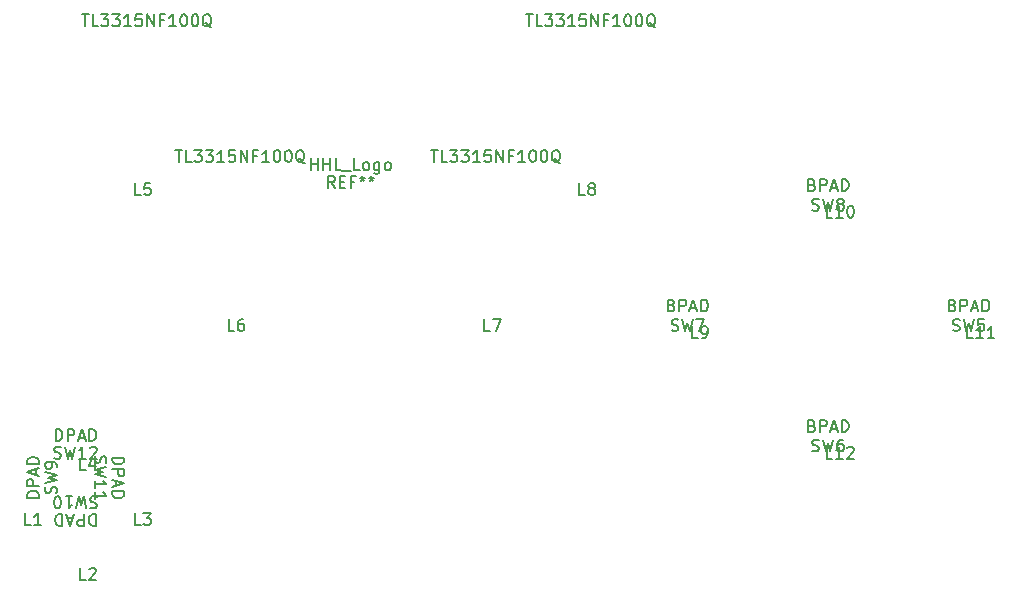
<source format=gbr>
G04 #@! TF.GenerationSoftware,KiCad,Pcbnew,7.0.2*
G04 #@! TF.CreationDate,2023-05-26T20:48:34-07:00*
G04 #@! TF.ProjectId,procon_gcc_button_board,70726f63-6f6e-45f6-9763-635f62757474,rev?*
G04 #@! TF.SameCoordinates,Original*
G04 #@! TF.FileFunction,AssemblyDrawing,Top*
%FSLAX46Y46*%
G04 Gerber Fmt 4.6, Leading zero omitted, Abs format (unit mm)*
G04 Created by KiCad (PCBNEW 7.0.2) date 2023-05-26 20:48:34*
%MOMM*%
%LPD*%
G01*
G04 APERTURE LIST*
%ADD10C,0.150000*%
G04 APERTURE END LIST*
D10*
X139390857Y-124390619D02*
X139390857Y-123390619D01*
X139390857Y-123866809D02*
X139962285Y-123866809D01*
X139962285Y-124390619D02*
X139962285Y-123390619D01*
X140438476Y-124390619D02*
X140438476Y-123390619D01*
X140438476Y-123866809D02*
X141009904Y-123866809D01*
X141009904Y-124390619D02*
X141009904Y-123390619D01*
X141962285Y-124390619D02*
X141486095Y-124390619D01*
X141486095Y-124390619D02*
X141486095Y-123390619D01*
X142057524Y-124485857D02*
X142819428Y-124485857D01*
X143533714Y-124390619D02*
X143057524Y-124390619D01*
X143057524Y-124390619D02*
X143057524Y-123390619D01*
X144009905Y-124390619D02*
X143914667Y-124343000D01*
X143914667Y-124343000D02*
X143867048Y-124295380D01*
X143867048Y-124295380D02*
X143819429Y-124200142D01*
X143819429Y-124200142D02*
X143819429Y-123914428D01*
X143819429Y-123914428D02*
X143867048Y-123819190D01*
X143867048Y-123819190D02*
X143914667Y-123771571D01*
X143914667Y-123771571D02*
X144009905Y-123723952D01*
X144009905Y-123723952D02*
X144152762Y-123723952D01*
X144152762Y-123723952D02*
X144248000Y-123771571D01*
X144248000Y-123771571D02*
X144295619Y-123819190D01*
X144295619Y-123819190D02*
X144343238Y-123914428D01*
X144343238Y-123914428D02*
X144343238Y-124200142D01*
X144343238Y-124200142D02*
X144295619Y-124295380D01*
X144295619Y-124295380D02*
X144248000Y-124343000D01*
X144248000Y-124343000D02*
X144152762Y-124390619D01*
X144152762Y-124390619D02*
X144009905Y-124390619D01*
X145200381Y-123723952D02*
X145200381Y-124533476D01*
X145200381Y-124533476D02*
X145152762Y-124628714D01*
X145152762Y-124628714D02*
X145105143Y-124676333D01*
X145105143Y-124676333D02*
X145009905Y-124723952D01*
X145009905Y-124723952D02*
X144867048Y-124723952D01*
X144867048Y-124723952D02*
X144771810Y-124676333D01*
X145200381Y-124343000D02*
X145105143Y-124390619D01*
X145105143Y-124390619D02*
X144914667Y-124390619D01*
X144914667Y-124390619D02*
X144819429Y-124343000D01*
X144819429Y-124343000D02*
X144771810Y-124295380D01*
X144771810Y-124295380D02*
X144724191Y-124200142D01*
X144724191Y-124200142D02*
X144724191Y-123914428D01*
X144724191Y-123914428D02*
X144771810Y-123819190D01*
X144771810Y-123819190D02*
X144819429Y-123771571D01*
X144819429Y-123771571D02*
X144914667Y-123723952D01*
X144914667Y-123723952D02*
X145105143Y-123723952D01*
X145105143Y-123723952D02*
X145200381Y-123771571D01*
X145819429Y-124390619D02*
X145724191Y-124343000D01*
X145724191Y-124343000D02*
X145676572Y-124295380D01*
X145676572Y-124295380D02*
X145628953Y-124200142D01*
X145628953Y-124200142D02*
X145628953Y-123914428D01*
X145628953Y-123914428D02*
X145676572Y-123819190D01*
X145676572Y-123819190D02*
X145724191Y-123771571D01*
X145724191Y-123771571D02*
X145819429Y-123723952D01*
X145819429Y-123723952D02*
X145962286Y-123723952D01*
X145962286Y-123723952D02*
X146057524Y-123771571D01*
X146057524Y-123771571D02*
X146105143Y-123819190D01*
X146105143Y-123819190D02*
X146152762Y-123914428D01*
X146152762Y-123914428D02*
X146152762Y-124200142D01*
X146152762Y-124200142D02*
X146105143Y-124295380D01*
X146105143Y-124295380D02*
X146057524Y-124343000D01*
X146057524Y-124343000D02*
X145962286Y-124390619D01*
X145962286Y-124390619D02*
X145819429Y-124390619D01*
X141414666Y-125890619D02*
X141081333Y-125414428D01*
X140843238Y-125890619D02*
X140843238Y-124890619D01*
X140843238Y-124890619D02*
X141224190Y-124890619D01*
X141224190Y-124890619D02*
X141319428Y-124938238D01*
X141319428Y-124938238D02*
X141367047Y-124985857D01*
X141367047Y-124985857D02*
X141414666Y-125081095D01*
X141414666Y-125081095D02*
X141414666Y-125223952D01*
X141414666Y-125223952D02*
X141367047Y-125319190D01*
X141367047Y-125319190D02*
X141319428Y-125366809D01*
X141319428Y-125366809D02*
X141224190Y-125414428D01*
X141224190Y-125414428D02*
X140843238Y-125414428D01*
X141843238Y-125366809D02*
X142176571Y-125366809D01*
X142319428Y-125890619D02*
X141843238Y-125890619D01*
X141843238Y-125890619D02*
X141843238Y-124890619D01*
X141843238Y-124890619D02*
X142319428Y-124890619D01*
X143081333Y-125366809D02*
X142748000Y-125366809D01*
X142748000Y-125890619D02*
X142748000Y-124890619D01*
X142748000Y-124890619D02*
X143224190Y-124890619D01*
X143748000Y-124890619D02*
X143748000Y-125128714D01*
X143509905Y-125033476D02*
X143748000Y-125128714D01*
X143748000Y-125128714D02*
X143986095Y-125033476D01*
X143605143Y-125319190D02*
X143748000Y-125128714D01*
X143748000Y-125128714D02*
X143890857Y-125319190D01*
X144509905Y-124890619D02*
X144509905Y-125128714D01*
X144271810Y-125033476D02*
X144509905Y-125128714D01*
X144509905Y-125128714D02*
X144748000Y-125033476D01*
X144367048Y-125319190D02*
X144509905Y-125128714D01*
X144509905Y-125128714D02*
X144652762Y-125319190D01*
X157608952Y-111208619D02*
X158180380Y-111208619D01*
X157894666Y-112208619D02*
X157894666Y-111208619D01*
X158989904Y-112208619D02*
X158513714Y-112208619D01*
X158513714Y-112208619D02*
X158513714Y-111208619D01*
X159228000Y-111208619D02*
X159847047Y-111208619D01*
X159847047Y-111208619D02*
X159513714Y-111589571D01*
X159513714Y-111589571D02*
X159656571Y-111589571D01*
X159656571Y-111589571D02*
X159751809Y-111637190D01*
X159751809Y-111637190D02*
X159799428Y-111684809D01*
X159799428Y-111684809D02*
X159847047Y-111780047D01*
X159847047Y-111780047D02*
X159847047Y-112018142D01*
X159847047Y-112018142D02*
X159799428Y-112113380D01*
X159799428Y-112113380D02*
X159751809Y-112161000D01*
X159751809Y-112161000D02*
X159656571Y-112208619D01*
X159656571Y-112208619D02*
X159370857Y-112208619D01*
X159370857Y-112208619D02*
X159275619Y-112161000D01*
X159275619Y-112161000D02*
X159228000Y-112113380D01*
X160180381Y-111208619D02*
X160799428Y-111208619D01*
X160799428Y-111208619D02*
X160466095Y-111589571D01*
X160466095Y-111589571D02*
X160608952Y-111589571D01*
X160608952Y-111589571D02*
X160704190Y-111637190D01*
X160704190Y-111637190D02*
X160751809Y-111684809D01*
X160751809Y-111684809D02*
X160799428Y-111780047D01*
X160799428Y-111780047D02*
X160799428Y-112018142D01*
X160799428Y-112018142D02*
X160751809Y-112113380D01*
X160751809Y-112113380D02*
X160704190Y-112161000D01*
X160704190Y-112161000D02*
X160608952Y-112208619D01*
X160608952Y-112208619D02*
X160323238Y-112208619D01*
X160323238Y-112208619D02*
X160228000Y-112161000D01*
X160228000Y-112161000D02*
X160180381Y-112113380D01*
X161751809Y-112208619D02*
X161180381Y-112208619D01*
X161466095Y-112208619D02*
X161466095Y-111208619D01*
X161466095Y-111208619D02*
X161370857Y-111351476D01*
X161370857Y-111351476D02*
X161275619Y-111446714D01*
X161275619Y-111446714D02*
X161180381Y-111494333D01*
X162656571Y-111208619D02*
X162180381Y-111208619D01*
X162180381Y-111208619D02*
X162132762Y-111684809D01*
X162132762Y-111684809D02*
X162180381Y-111637190D01*
X162180381Y-111637190D02*
X162275619Y-111589571D01*
X162275619Y-111589571D02*
X162513714Y-111589571D01*
X162513714Y-111589571D02*
X162608952Y-111637190D01*
X162608952Y-111637190D02*
X162656571Y-111684809D01*
X162656571Y-111684809D02*
X162704190Y-111780047D01*
X162704190Y-111780047D02*
X162704190Y-112018142D01*
X162704190Y-112018142D02*
X162656571Y-112113380D01*
X162656571Y-112113380D02*
X162608952Y-112161000D01*
X162608952Y-112161000D02*
X162513714Y-112208619D01*
X162513714Y-112208619D02*
X162275619Y-112208619D01*
X162275619Y-112208619D02*
X162180381Y-112161000D01*
X162180381Y-112161000D02*
X162132762Y-112113380D01*
X163132762Y-112208619D02*
X163132762Y-111208619D01*
X163132762Y-111208619D02*
X163704190Y-112208619D01*
X163704190Y-112208619D02*
X163704190Y-111208619D01*
X164513714Y-111684809D02*
X164180381Y-111684809D01*
X164180381Y-112208619D02*
X164180381Y-111208619D01*
X164180381Y-111208619D02*
X164656571Y-111208619D01*
X165561333Y-112208619D02*
X164989905Y-112208619D01*
X165275619Y-112208619D02*
X165275619Y-111208619D01*
X165275619Y-111208619D02*
X165180381Y-111351476D01*
X165180381Y-111351476D02*
X165085143Y-111446714D01*
X165085143Y-111446714D02*
X164989905Y-111494333D01*
X166180381Y-111208619D02*
X166275619Y-111208619D01*
X166275619Y-111208619D02*
X166370857Y-111256238D01*
X166370857Y-111256238D02*
X166418476Y-111303857D01*
X166418476Y-111303857D02*
X166466095Y-111399095D01*
X166466095Y-111399095D02*
X166513714Y-111589571D01*
X166513714Y-111589571D02*
X166513714Y-111827666D01*
X166513714Y-111827666D02*
X166466095Y-112018142D01*
X166466095Y-112018142D02*
X166418476Y-112113380D01*
X166418476Y-112113380D02*
X166370857Y-112161000D01*
X166370857Y-112161000D02*
X166275619Y-112208619D01*
X166275619Y-112208619D02*
X166180381Y-112208619D01*
X166180381Y-112208619D02*
X166085143Y-112161000D01*
X166085143Y-112161000D02*
X166037524Y-112113380D01*
X166037524Y-112113380D02*
X165989905Y-112018142D01*
X165989905Y-112018142D02*
X165942286Y-111827666D01*
X165942286Y-111827666D02*
X165942286Y-111589571D01*
X165942286Y-111589571D02*
X165989905Y-111399095D01*
X165989905Y-111399095D02*
X166037524Y-111303857D01*
X166037524Y-111303857D02*
X166085143Y-111256238D01*
X166085143Y-111256238D02*
X166180381Y-111208619D01*
X167132762Y-111208619D02*
X167228000Y-111208619D01*
X167228000Y-111208619D02*
X167323238Y-111256238D01*
X167323238Y-111256238D02*
X167370857Y-111303857D01*
X167370857Y-111303857D02*
X167418476Y-111399095D01*
X167418476Y-111399095D02*
X167466095Y-111589571D01*
X167466095Y-111589571D02*
X167466095Y-111827666D01*
X167466095Y-111827666D02*
X167418476Y-112018142D01*
X167418476Y-112018142D02*
X167370857Y-112113380D01*
X167370857Y-112113380D02*
X167323238Y-112161000D01*
X167323238Y-112161000D02*
X167228000Y-112208619D01*
X167228000Y-112208619D02*
X167132762Y-112208619D01*
X167132762Y-112208619D02*
X167037524Y-112161000D01*
X167037524Y-112161000D02*
X166989905Y-112113380D01*
X166989905Y-112113380D02*
X166942286Y-112018142D01*
X166942286Y-112018142D02*
X166894667Y-111827666D01*
X166894667Y-111827666D02*
X166894667Y-111589571D01*
X166894667Y-111589571D02*
X166942286Y-111399095D01*
X166942286Y-111399095D02*
X166989905Y-111303857D01*
X166989905Y-111303857D02*
X167037524Y-111256238D01*
X167037524Y-111256238D02*
X167132762Y-111208619D01*
X168561333Y-112303857D02*
X168466095Y-112256238D01*
X168466095Y-112256238D02*
X168370857Y-112161000D01*
X168370857Y-112161000D02*
X168228000Y-112018142D01*
X168228000Y-112018142D02*
X168132762Y-111970523D01*
X168132762Y-111970523D02*
X168037524Y-111970523D01*
X168085143Y-112208619D02*
X167989905Y-112161000D01*
X167989905Y-112161000D02*
X167894667Y-112065761D01*
X167894667Y-112065761D02*
X167847048Y-111875285D01*
X167847048Y-111875285D02*
X167847048Y-111541952D01*
X167847048Y-111541952D02*
X167894667Y-111351476D01*
X167894667Y-111351476D02*
X167989905Y-111256238D01*
X167989905Y-111256238D02*
X168085143Y-111208619D01*
X168085143Y-111208619D02*
X168275619Y-111208619D01*
X168275619Y-111208619D02*
X168370857Y-111256238D01*
X168370857Y-111256238D02*
X168466095Y-111351476D01*
X168466095Y-111351476D02*
X168513714Y-111541952D01*
X168513714Y-111541952D02*
X168513714Y-111875285D01*
X168513714Y-111875285D02*
X168466095Y-112065761D01*
X168466095Y-112065761D02*
X168370857Y-112161000D01*
X168370857Y-112161000D02*
X168275619Y-112208619D01*
X168275619Y-112208619D02*
X168085143Y-112208619D01*
X127908952Y-122708619D02*
X128480380Y-122708619D01*
X128194666Y-123708619D02*
X128194666Y-122708619D01*
X129289904Y-123708619D02*
X128813714Y-123708619D01*
X128813714Y-123708619D02*
X128813714Y-122708619D01*
X129528000Y-122708619D02*
X130147047Y-122708619D01*
X130147047Y-122708619D02*
X129813714Y-123089571D01*
X129813714Y-123089571D02*
X129956571Y-123089571D01*
X129956571Y-123089571D02*
X130051809Y-123137190D01*
X130051809Y-123137190D02*
X130099428Y-123184809D01*
X130099428Y-123184809D02*
X130147047Y-123280047D01*
X130147047Y-123280047D02*
X130147047Y-123518142D01*
X130147047Y-123518142D02*
X130099428Y-123613380D01*
X130099428Y-123613380D02*
X130051809Y-123661000D01*
X130051809Y-123661000D02*
X129956571Y-123708619D01*
X129956571Y-123708619D02*
X129670857Y-123708619D01*
X129670857Y-123708619D02*
X129575619Y-123661000D01*
X129575619Y-123661000D02*
X129528000Y-123613380D01*
X130480381Y-122708619D02*
X131099428Y-122708619D01*
X131099428Y-122708619D02*
X130766095Y-123089571D01*
X130766095Y-123089571D02*
X130908952Y-123089571D01*
X130908952Y-123089571D02*
X131004190Y-123137190D01*
X131004190Y-123137190D02*
X131051809Y-123184809D01*
X131051809Y-123184809D02*
X131099428Y-123280047D01*
X131099428Y-123280047D02*
X131099428Y-123518142D01*
X131099428Y-123518142D02*
X131051809Y-123613380D01*
X131051809Y-123613380D02*
X131004190Y-123661000D01*
X131004190Y-123661000D02*
X130908952Y-123708619D01*
X130908952Y-123708619D02*
X130623238Y-123708619D01*
X130623238Y-123708619D02*
X130528000Y-123661000D01*
X130528000Y-123661000D02*
X130480381Y-123613380D01*
X132051809Y-123708619D02*
X131480381Y-123708619D01*
X131766095Y-123708619D02*
X131766095Y-122708619D01*
X131766095Y-122708619D02*
X131670857Y-122851476D01*
X131670857Y-122851476D02*
X131575619Y-122946714D01*
X131575619Y-122946714D02*
X131480381Y-122994333D01*
X132956571Y-122708619D02*
X132480381Y-122708619D01*
X132480381Y-122708619D02*
X132432762Y-123184809D01*
X132432762Y-123184809D02*
X132480381Y-123137190D01*
X132480381Y-123137190D02*
X132575619Y-123089571D01*
X132575619Y-123089571D02*
X132813714Y-123089571D01*
X132813714Y-123089571D02*
X132908952Y-123137190D01*
X132908952Y-123137190D02*
X132956571Y-123184809D01*
X132956571Y-123184809D02*
X133004190Y-123280047D01*
X133004190Y-123280047D02*
X133004190Y-123518142D01*
X133004190Y-123518142D02*
X132956571Y-123613380D01*
X132956571Y-123613380D02*
X132908952Y-123661000D01*
X132908952Y-123661000D02*
X132813714Y-123708619D01*
X132813714Y-123708619D02*
X132575619Y-123708619D01*
X132575619Y-123708619D02*
X132480381Y-123661000D01*
X132480381Y-123661000D02*
X132432762Y-123613380D01*
X133432762Y-123708619D02*
X133432762Y-122708619D01*
X133432762Y-122708619D02*
X134004190Y-123708619D01*
X134004190Y-123708619D02*
X134004190Y-122708619D01*
X134813714Y-123184809D02*
X134480381Y-123184809D01*
X134480381Y-123708619D02*
X134480381Y-122708619D01*
X134480381Y-122708619D02*
X134956571Y-122708619D01*
X135861333Y-123708619D02*
X135289905Y-123708619D01*
X135575619Y-123708619D02*
X135575619Y-122708619D01*
X135575619Y-122708619D02*
X135480381Y-122851476D01*
X135480381Y-122851476D02*
X135385143Y-122946714D01*
X135385143Y-122946714D02*
X135289905Y-122994333D01*
X136480381Y-122708619D02*
X136575619Y-122708619D01*
X136575619Y-122708619D02*
X136670857Y-122756238D01*
X136670857Y-122756238D02*
X136718476Y-122803857D01*
X136718476Y-122803857D02*
X136766095Y-122899095D01*
X136766095Y-122899095D02*
X136813714Y-123089571D01*
X136813714Y-123089571D02*
X136813714Y-123327666D01*
X136813714Y-123327666D02*
X136766095Y-123518142D01*
X136766095Y-123518142D02*
X136718476Y-123613380D01*
X136718476Y-123613380D02*
X136670857Y-123661000D01*
X136670857Y-123661000D02*
X136575619Y-123708619D01*
X136575619Y-123708619D02*
X136480381Y-123708619D01*
X136480381Y-123708619D02*
X136385143Y-123661000D01*
X136385143Y-123661000D02*
X136337524Y-123613380D01*
X136337524Y-123613380D02*
X136289905Y-123518142D01*
X136289905Y-123518142D02*
X136242286Y-123327666D01*
X136242286Y-123327666D02*
X136242286Y-123089571D01*
X136242286Y-123089571D02*
X136289905Y-122899095D01*
X136289905Y-122899095D02*
X136337524Y-122803857D01*
X136337524Y-122803857D02*
X136385143Y-122756238D01*
X136385143Y-122756238D02*
X136480381Y-122708619D01*
X137432762Y-122708619D02*
X137528000Y-122708619D01*
X137528000Y-122708619D02*
X137623238Y-122756238D01*
X137623238Y-122756238D02*
X137670857Y-122803857D01*
X137670857Y-122803857D02*
X137718476Y-122899095D01*
X137718476Y-122899095D02*
X137766095Y-123089571D01*
X137766095Y-123089571D02*
X137766095Y-123327666D01*
X137766095Y-123327666D02*
X137718476Y-123518142D01*
X137718476Y-123518142D02*
X137670857Y-123613380D01*
X137670857Y-123613380D02*
X137623238Y-123661000D01*
X137623238Y-123661000D02*
X137528000Y-123708619D01*
X137528000Y-123708619D02*
X137432762Y-123708619D01*
X137432762Y-123708619D02*
X137337524Y-123661000D01*
X137337524Y-123661000D02*
X137289905Y-123613380D01*
X137289905Y-123613380D02*
X137242286Y-123518142D01*
X137242286Y-123518142D02*
X137194667Y-123327666D01*
X137194667Y-123327666D02*
X137194667Y-123089571D01*
X137194667Y-123089571D02*
X137242286Y-122899095D01*
X137242286Y-122899095D02*
X137289905Y-122803857D01*
X137289905Y-122803857D02*
X137337524Y-122756238D01*
X137337524Y-122756238D02*
X137432762Y-122708619D01*
X138861333Y-123803857D02*
X138766095Y-123756238D01*
X138766095Y-123756238D02*
X138670857Y-123661000D01*
X138670857Y-123661000D02*
X138528000Y-123518142D01*
X138528000Y-123518142D02*
X138432762Y-123470523D01*
X138432762Y-123470523D02*
X138337524Y-123470523D01*
X138385143Y-123708619D02*
X138289905Y-123661000D01*
X138289905Y-123661000D02*
X138194667Y-123565761D01*
X138194667Y-123565761D02*
X138147048Y-123375285D01*
X138147048Y-123375285D02*
X138147048Y-123041952D01*
X138147048Y-123041952D02*
X138194667Y-122851476D01*
X138194667Y-122851476D02*
X138289905Y-122756238D01*
X138289905Y-122756238D02*
X138385143Y-122708619D01*
X138385143Y-122708619D02*
X138575619Y-122708619D01*
X138575619Y-122708619D02*
X138670857Y-122756238D01*
X138670857Y-122756238D02*
X138766095Y-122851476D01*
X138766095Y-122851476D02*
X138813714Y-123041952D01*
X138813714Y-123041952D02*
X138813714Y-123375285D01*
X138813714Y-123375285D02*
X138766095Y-123565761D01*
X138766095Y-123565761D02*
X138670857Y-123661000D01*
X138670857Y-123661000D02*
X138575619Y-123708619D01*
X138575619Y-123708619D02*
X138385143Y-123708619D01*
X132897333Y-138004619D02*
X132421143Y-138004619D01*
X132421143Y-138004619D02*
X132421143Y-137004619D01*
X133659238Y-137004619D02*
X133468762Y-137004619D01*
X133468762Y-137004619D02*
X133373524Y-137052238D01*
X133373524Y-137052238D02*
X133325905Y-137099857D01*
X133325905Y-137099857D02*
X133230667Y-137242714D01*
X133230667Y-137242714D02*
X133183048Y-137433190D01*
X133183048Y-137433190D02*
X133183048Y-137814142D01*
X133183048Y-137814142D02*
X133230667Y-137909380D01*
X133230667Y-137909380D02*
X133278286Y-137957000D01*
X133278286Y-137957000D02*
X133373524Y-138004619D01*
X133373524Y-138004619D02*
X133564000Y-138004619D01*
X133564000Y-138004619D02*
X133659238Y-137957000D01*
X133659238Y-137957000D02*
X133706857Y-137909380D01*
X133706857Y-137909380D02*
X133754476Y-137814142D01*
X133754476Y-137814142D02*
X133754476Y-137576047D01*
X133754476Y-137576047D02*
X133706857Y-137480809D01*
X133706857Y-137480809D02*
X133659238Y-137433190D01*
X133659238Y-137433190D02*
X133564000Y-137385571D01*
X133564000Y-137385571D02*
X133373524Y-137385571D01*
X133373524Y-137385571D02*
X133278286Y-137433190D01*
X133278286Y-137433190D02*
X133230667Y-137480809D01*
X133230667Y-137480809D02*
X133183048Y-137576047D01*
X120008952Y-111208619D02*
X120580380Y-111208619D01*
X120294666Y-112208619D02*
X120294666Y-111208619D01*
X121389904Y-112208619D02*
X120913714Y-112208619D01*
X120913714Y-112208619D02*
X120913714Y-111208619D01*
X121628000Y-111208619D02*
X122247047Y-111208619D01*
X122247047Y-111208619D02*
X121913714Y-111589571D01*
X121913714Y-111589571D02*
X122056571Y-111589571D01*
X122056571Y-111589571D02*
X122151809Y-111637190D01*
X122151809Y-111637190D02*
X122199428Y-111684809D01*
X122199428Y-111684809D02*
X122247047Y-111780047D01*
X122247047Y-111780047D02*
X122247047Y-112018142D01*
X122247047Y-112018142D02*
X122199428Y-112113380D01*
X122199428Y-112113380D02*
X122151809Y-112161000D01*
X122151809Y-112161000D02*
X122056571Y-112208619D01*
X122056571Y-112208619D02*
X121770857Y-112208619D01*
X121770857Y-112208619D02*
X121675619Y-112161000D01*
X121675619Y-112161000D02*
X121628000Y-112113380D01*
X122580381Y-111208619D02*
X123199428Y-111208619D01*
X123199428Y-111208619D02*
X122866095Y-111589571D01*
X122866095Y-111589571D02*
X123008952Y-111589571D01*
X123008952Y-111589571D02*
X123104190Y-111637190D01*
X123104190Y-111637190D02*
X123151809Y-111684809D01*
X123151809Y-111684809D02*
X123199428Y-111780047D01*
X123199428Y-111780047D02*
X123199428Y-112018142D01*
X123199428Y-112018142D02*
X123151809Y-112113380D01*
X123151809Y-112113380D02*
X123104190Y-112161000D01*
X123104190Y-112161000D02*
X123008952Y-112208619D01*
X123008952Y-112208619D02*
X122723238Y-112208619D01*
X122723238Y-112208619D02*
X122628000Y-112161000D01*
X122628000Y-112161000D02*
X122580381Y-112113380D01*
X124151809Y-112208619D02*
X123580381Y-112208619D01*
X123866095Y-112208619D02*
X123866095Y-111208619D01*
X123866095Y-111208619D02*
X123770857Y-111351476D01*
X123770857Y-111351476D02*
X123675619Y-111446714D01*
X123675619Y-111446714D02*
X123580381Y-111494333D01*
X125056571Y-111208619D02*
X124580381Y-111208619D01*
X124580381Y-111208619D02*
X124532762Y-111684809D01*
X124532762Y-111684809D02*
X124580381Y-111637190D01*
X124580381Y-111637190D02*
X124675619Y-111589571D01*
X124675619Y-111589571D02*
X124913714Y-111589571D01*
X124913714Y-111589571D02*
X125008952Y-111637190D01*
X125008952Y-111637190D02*
X125056571Y-111684809D01*
X125056571Y-111684809D02*
X125104190Y-111780047D01*
X125104190Y-111780047D02*
X125104190Y-112018142D01*
X125104190Y-112018142D02*
X125056571Y-112113380D01*
X125056571Y-112113380D02*
X125008952Y-112161000D01*
X125008952Y-112161000D02*
X124913714Y-112208619D01*
X124913714Y-112208619D02*
X124675619Y-112208619D01*
X124675619Y-112208619D02*
X124580381Y-112161000D01*
X124580381Y-112161000D02*
X124532762Y-112113380D01*
X125532762Y-112208619D02*
X125532762Y-111208619D01*
X125532762Y-111208619D02*
X126104190Y-112208619D01*
X126104190Y-112208619D02*
X126104190Y-111208619D01*
X126913714Y-111684809D02*
X126580381Y-111684809D01*
X126580381Y-112208619D02*
X126580381Y-111208619D01*
X126580381Y-111208619D02*
X127056571Y-111208619D01*
X127961333Y-112208619D02*
X127389905Y-112208619D01*
X127675619Y-112208619D02*
X127675619Y-111208619D01*
X127675619Y-111208619D02*
X127580381Y-111351476D01*
X127580381Y-111351476D02*
X127485143Y-111446714D01*
X127485143Y-111446714D02*
X127389905Y-111494333D01*
X128580381Y-111208619D02*
X128675619Y-111208619D01*
X128675619Y-111208619D02*
X128770857Y-111256238D01*
X128770857Y-111256238D02*
X128818476Y-111303857D01*
X128818476Y-111303857D02*
X128866095Y-111399095D01*
X128866095Y-111399095D02*
X128913714Y-111589571D01*
X128913714Y-111589571D02*
X128913714Y-111827666D01*
X128913714Y-111827666D02*
X128866095Y-112018142D01*
X128866095Y-112018142D02*
X128818476Y-112113380D01*
X128818476Y-112113380D02*
X128770857Y-112161000D01*
X128770857Y-112161000D02*
X128675619Y-112208619D01*
X128675619Y-112208619D02*
X128580381Y-112208619D01*
X128580381Y-112208619D02*
X128485143Y-112161000D01*
X128485143Y-112161000D02*
X128437524Y-112113380D01*
X128437524Y-112113380D02*
X128389905Y-112018142D01*
X128389905Y-112018142D02*
X128342286Y-111827666D01*
X128342286Y-111827666D02*
X128342286Y-111589571D01*
X128342286Y-111589571D02*
X128389905Y-111399095D01*
X128389905Y-111399095D02*
X128437524Y-111303857D01*
X128437524Y-111303857D02*
X128485143Y-111256238D01*
X128485143Y-111256238D02*
X128580381Y-111208619D01*
X129532762Y-111208619D02*
X129628000Y-111208619D01*
X129628000Y-111208619D02*
X129723238Y-111256238D01*
X129723238Y-111256238D02*
X129770857Y-111303857D01*
X129770857Y-111303857D02*
X129818476Y-111399095D01*
X129818476Y-111399095D02*
X129866095Y-111589571D01*
X129866095Y-111589571D02*
X129866095Y-111827666D01*
X129866095Y-111827666D02*
X129818476Y-112018142D01*
X129818476Y-112018142D02*
X129770857Y-112113380D01*
X129770857Y-112113380D02*
X129723238Y-112161000D01*
X129723238Y-112161000D02*
X129628000Y-112208619D01*
X129628000Y-112208619D02*
X129532762Y-112208619D01*
X129532762Y-112208619D02*
X129437524Y-112161000D01*
X129437524Y-112161000D02*
X129389905Y-112113380D01*
X129389905Y-112113380D02*
X129342286Y-112018142D01*
X129342286Y-112018142D02*
X129294667Y-111827666D01*
X129294667Y-111827666D02*
X129294667Y-111589571D01*
X129294667Y-111589571D02*
X129342286Y-111399095D01*
X129342286Y-111399095D02*
X129389905Y-111303857D01*
X129389905Y-111303857D02*
X129437524Y-111256238D01*
X129437524Y-111256238D02*
X129532762Y-111208619D01*
X130961333Y-112303857D02*
X130866095Y-112256238D01*
X130866095Y-112256238D02*
X130770857Y-112161000D01*
X130770857Y-112161000D02*
X130628000Y-112018142D01*
X130628000Y-112018142D02*
X130532762Y-111970523D01*
X130532762Y-111970523D02*
X130437524Y-111970523D01*
X130485143Y-112208619D02*
X130389905Y-112161000D01*
X130389905Y-112161000D02*
X130294667Y-112065761D01*
X130294667Y-112065761D02*
X130247048Y-111875285D01*
X130247048Y-111875285D02*
X130247048Y-111541952D01*
X130247048Y-111541952D02*
X130294667Y-111351476D01*
X130294667Y-111351476D02*
X130389905Y-111256238D01*
X130389905Y-111256238D02*
X130485143Y-111208619D01*
X130485143Y-111208619D02*
X130675619Y-111208619D01*
X130675619Y-111208619D02*
X130770857Y-111256238D01*
X130770857Y-111256238D02*
X130866095Y-111351476D01*
X130866095Y-111351476D02*
X130913714Y-111541952D01*
X130913714Y-111541952D02*
X130913714Y-111875285D01*
X130913714Y-111875285D02*
X130866095Y-112065761D01*
X130866095Y-112065761D02*
X130770857Y-112161000D01*
X130770857Y-112161000D02*
X130675619Y-112208619D01*
X130675619Y-112208619D02*
X130485143Y-112208619D01*
X120327333Y-149789619D02*
X119851143Y-149789619D01*
X119851143Y-149789619D02*
X119851143Y-148789619D01*
X121089238Y-149122952D02*
X121089238Y-149789619D01*
X120851143Y-148742000D02*
X120613048Y-149456285D01*
X120613048Y-149456285D02*
X121232095Y-149456285D01*
X120327333Y-159089619D02*
X119851143Y-159089619D01*
X119851143Y-159089619D02*
X119851143Y-158089619D01*
X120613048Y-158184857D02*
X120660667Y-158137238D01*
X120660667Y-158137238D02*
X120755905Y-158089619D01*
X120755905Y-158089619D02*
X120994000Y-158089619D01*
X120994000Y-158089619D02*
X121089238Y-158137238D01*
X121089238Y-158137238D02*
X121136857Y-158184857D01*
X121136857Y-158184857D02*
X121184476Y-158280095D01*
X121184476Y-158280095D02*
X121184476Y-158375333D01*
X121184476Y-158375333D02*
X121136857Y-158518190D01*
X121136857Y-158518190D02*
X120565429Y-159089619D01*
X120565429Y-159089619D02*
X121184476Y-159089619D01*
X183551142Y-148814619D02*
X183074952Y-148814619D01*
X183074952Y-148814619D02*
X183074952Y-147814619D01*
X184408285Y-148814619D02*
X183836857Y-148814619D01*
X184122571Y-148814619D02*
X184122571Y-147814619D01*
X184122571Y-147814619D02*
X184027333Y-147957476D01*
X184027333Y-147957476D02*
X183932095Y-148052714D01*
X183932095Y-148052714D02*
X183836857Y-148100333D01*
X184789238Y-147909857D02*
X184836857Y-147862238D01*
X184836857Y-147862238D02*
X184932095Y-147814619D01*
X184932095Y-147814619D02*
X185170190Y-147814619D01*
X185170190Y-147814619D02*
X185265428Y-147862238D01*
X185265428Y-147862238D02*
X185313047Y-147909857D01*
X185313047Y-147909857D02*
X185360666Y-148005095D01*
X185360666Y-148005095D02*
X185360666Y-148100333D01*
X185360666Y-148100333D02*
X185313047Y-148243190D01*
X185313047Y-148243190D02*
X184741619Y-148814619D01*
X184741619Y-148814619D02*
X185360666Y-148814619D01*
X124997333Y-126504619D02*
X124521143Y-126504619D01*
X124521143Y-126504619D02*
X124521143Y-125504619D01*
X125806857Y-125504619D02*
X125330667Y-125504619D01*
X125330667Y-125504619D02*
X125283048Y-125980809D01*
X125283048Y-125980809D02*
X125330667Y-125933190D01*
X125330667Y-125933190D02*
X125425905Y-125885571D01*
X125425905Y-125885571D02*
X125664000Y-125885571D01*
X125664000Y-125885571D02*
X125759238Y-125933190D01*
X125759238Y-125933190D02*
X125806857Y-125980809D01*
X125806857Y-125980809D02*
X125854476Y-126076047D01*
X125854476Y-126076047D02*
X125854476Y-126314142D01*
X125854476Y-126314142D02*
X125806857Y-126409380D01*
X125806857Y-126409380D02*
X125759238Y-126457000D01*
X125759238Y-126457000D02*
X125664000Y-126504619D01*
X125664000Y-126504619D02*
X125425905Y-126504619D01*
X125425905Y-126504619D02*
X125330667Y-126457000D01*
X125330667Y-126457000D02*
X125283048Y-126409380D01*
X172127333Y-138614619D02*
X171651143Y-138614619D01*
X171651143Y-138614619D02*
X171651143Y-137614619D01*
X172508286Y-138614619D02*
X172698762Y-138614619D01*
X172698762Y-138614619D02*
X172794000Y-138567000D01*
X172794000Y-138567000D02*
X172841619Y-138519380D01*
X172841619Y-138519380D02*
X172936857Y-138376523D01*
X172936857Y-138376523D02*
X172984476Y-138186047D01*
X172984476Y-138186047D02*
X172984476Y-137805095D01*
X172984476Y-137805095D02*
X172936857Y-137709857D01*
X172936857Y-137709857D02*
X172889238Y-137662238D01*
X172889238Y-137662238D02*
X172794000Y-137614619D01*
X172794000Y-137614619D02*
X172603524Y-137614619D01*
X172603524Y-137614619D02*
X172508286Y-137662238D01*
X172508286Y-137662238D02*
X172460667Y-137709857D01*
X172460667Y-137709857D02*
X172413048Y-137805095D01*
X172413048Y-137805095D02*
X172413048Y-138043190D01*
X172413048Y-138043190D02*
X172460667Y-138138428D01*
X172460667Y-138138428D02*
X172508286Y-138186047D01*
X172508286Y-138186047D02*
X172603524Y-138233666D01*
X172603524Y-138233666D02*
X172794000Y-138233666D01*
X172794000Y-138233666D02*
X172889238Y-138186047D01*
X172889238Y-138186047D02*
X172936857Y-138138428D01*
X172936857Y-138138428D02*
X172984476Y-138043190D01*
X121168475Y-153522780D02*
X121168475Y-154522780D01*
X121168475Y-154522780D02*
X120930380Y-154522780D01*
X120930380Y-154522780D02*
X120787523Y-154475161D01*
X120787523Y-154475161D02*
X120692285Y-154379923D01*
X120692285Y-154379923D02*
X120644666Y-154284685D01*
X120644666Y-154284685D02*
X120597047Y-154094209D01*
X120597047Y-154094209D02*
X120597047Y-153951352D01*
X120597047Y-153951352D02*
X120644666Y-153760876D01*
X120644666Y-153760876D02*
X120692285Y-153665638D01*
X120692285Y-153665638D02*
X120787523Y-153570400D01*
X120787523Y-153570400D02*
X120930380Y-153522780D01*
X120930380Y-153522780D02*
X121168475Y-153522780D01*
X120168475Y-153522780D02*
X120168475Y-154522780D01*
X120168475Y-154522780D02*
X119787523Y-154522780D01*
X119787523Y-154522780D02*
X119692285Y-154475161D01*
X119692285Y-154475161D02*
X119644666Y-154427542D01*
X119644666Y-154427542D02*
X119597047Y-154332304D01*
X119597047Y-154332304D02*
X119597047Y-154189447D01*
X119597047Y-154189447D02*
X119644666Y-154094209D01*
X119644666Y-154094209D02*
X119692285Y-154046590D01*
X119692285Y-154046590D02*
X119787523Y-153998971D01*
X119787523Y-153998971D02*
X120168475Y-153998971D01*
X119216094Y-153808495D02*
X118739904Y-153808495D01*
X119311332Y-153522780D02*
X118977999Y-154522780D01*
X118977999Y-154522780D02*
X118644666Y-153522780D01*
X118311332Y-153522780D02*
X118311332Y-154522780D01*
X118311332Y-154522780D02*
X118073237Y-154522780D01*
X118073237Y-154522780D02*
X117930380Y-154475161D01*
X117930380Y-154475161D02*
X117835142Y-154379923D01*
X117835142Y-154379923D02*
X117787523Y-154284685D01*
X117787523Y-154284685D02*
X117739904Y-154094209D01*
X117739904Y-154094209D02*
X117739904Y-153951352D01*
X117739904Y-153951352D02*
X117787523Y-153760876D01*
X117787523Y-153760876D02*
X117835142Y-153665638D01*
X117835142Y-153665638D02*
X117930380Y-153570400D01*
X117930380Y-153570400D02*
X118073237Y-153522780D01*
X118073237Y-153522780D02*
X118311332Y-153522780D01*
X121287523Y-152070400D02*
X121144666Y-152022780D01*
X121144666Y-152022780D02*
X120906571Y-152022780D01*
X120906571Y-152022780D02*
X120811333Y-152070400D01*
X120811333Y-152070400D02*
X120763714Y-152118019D01*
X120763714Y-152118019D02*
X120716095Y-152213257D01*
X120716095Y-152213257D02*
X120716095Y-152308495D01*
X120716095Y-152308495D02*
X120763714Y-152403733D01*
X120763714Y-152403733D02*
X120811333Y-152451352D01*
X120811333Y-152451352D02*
X120906571Y-152498971D01*
X120906571Y-152498971D02*
X121097047Y-152546590D01*
X121097047Y-152546590D02*
X121192285Y-152594209D01*
X121192285Y-152594209D02*
X121239904Y-152641828D01*
X121239904Y-152641828D02*
X121287523Y-152737066D01*
X121287523Y-152737066D02*
X121287523Y-152832304D01*
X121287523Y-152832304D02*
X121239904Y-152927542D01*
X121239904Y-152927542D02*
X121192285Y-152975161D01*
X121192285Y-152975161D02*
X121097047Y-153022780D01*
X121097047Y-153022780D02*
X120858952Y-153022780D01*
X120858952Y-153022780D02*
X120716095Y-152975161D01*
X120382761Y-153022780D02*
X120144666Y-152022780D01*
X120144666Y-152022780D02*
X119954190Y-152737066D01*
X119954190Y-152737066D02*
X119763714Y-152022780D01*
X119763714Y-152022780D02*
X119525619Y-153022780D01*
X118620857Y-152022780D02*
X119192285Y-152022780D01*
X118906571Y-152022780D02*
X118906571Y-153022780D01*
X118906571Y-153022780D02*
X119001809Y-152879923D01*
X119001809Y-152879923D02*
X119097047Y-152784685D01*
X119097047Y-152784685D02*
X119192285Y-152737066D01*
X118001809Y-153022780D02*
X117906571Y-153022780D01*
X117906571Y-153022780D02*
X117811333Y-152975161D01*
X117811333Y-152975161D02*
X117763714Y-152927542D01*
X117763714Y-152927542D02*
X117716095Y-152832304D01*
X117716095Y-152832304D02*
X117668476Y-152641828D01*
X117668476Y-152641828D02*
X117668476Y-152403733D01*
X117668476Y-152403733D02*
X117716095Y-152213257D01*
X117716095Y-152213257D02*
X117763714Y-152118019D01*
X117763714Y-152118019D02*
X117811333Y-152070400D01*
X117811333Y-152070400D02*
X117906571Y-152022780D01*
X117906571Y-152022780D02*
X118001809Y-152022780D01*
X118001809Y-152022780D02*
X118097047Y-152070400D01*
X118097047Y-152070400D02*
X118144666Y-152118019D01*
X118144666Y-152118019D02*
X118192285Y-152213257D01*
X118192285Y-152213257D02*
X118239904Y-152403733D01*
X118239904Y-152403733D02*
X118239904Y-152641828D01*
X118239904Y-152641828D02*
X118192285Y-152832304D01*
X118192285Y-152832304D02*
X118144666Y-152927542D01*
X118144666Y-152927542D02*
X118097047Y-152975161D01*
X118097047Y-152975161D02*
X118001809Y-153022780D01*
X115677333Y-154439619D02*
X115201143Y-154439619D01*
X115201143Y-154439619D02*
X115201143Y-153439619D01*
X116534476Y-154439619D02*
X115963048Y-154439619D01*
X116248762Y-154439619D02*
X116248762Y-153439619D01*
X116248762Y-153439619D02*
X116153524Y-153582476D01*
X116153524Y-153582476D02*
X116058286Y-153677714D01*
X116058286Y-153677714D02*
X115963048Y-153725333D01*
X124977333Y-154439619D02*
X124501143Y-154439619D01*
X124501143Y-154439619D02*
X124501143Y-153439619D01*
X125215429Y-153439619D02*
X125834476Y-153439619D01*
X125834476Y-153439619D02*
X125501143Y-153820571D01*
X125501143Y-153820571D02*
X125644000Y-153820571D01*
X125644000Y-153820571D02*
X125739238Y-153868190D01*
X125739238Y-153868190D02*
X125786857Y-153915809D01*
X125786857Y-153915809D02*
X125834476Y-154011047D01*
X125834476Y-154011047D02*
X125834476Y-154249142D01*
X125834476Y-154249142D02*
X125786857Y-154344380D01*
X125786857Y-154344380D02*
X125739238Y-154392000D01*
X125739238Y-154392000D02*
X125644000Y-154439619D01*
X125644000Y-154439619D02*
X125358286Y-154439619D01*
X125358286Y-154439619D02*
X125263048Y-154392000D01*
X125263048Y-154392000D02*
X125215429Y-154344380D01*
X195451142Y-138614619D02*
X194974952Y-138614619D01*
X194974952Y-138614619D02*
X194974952Y-137614619D01*
X196308285Y-138614619D02*
X195736857Y-138614619D01*
X196022571Y-138614619D02*
X196022571Y-137614619D01*
X196022571Y-137614619D02*
X195927333Y-137757476D01*
X195927333Y-137757476D02*
X195832095Y-137852714D01*
X195832095Y-137852714D02*
X195736857Y-137900333D01*
X197260666Y-138614619D02*
X196689238Y-138614619D01*
X196974952Y-138614619D02*
X196974952Y-137614619D01*
X196974952Y-137614619D02*
X196879714Y-137757476D01*
X196879714Y-137757476D02*
X196784476Y-137852714D01*
X196784476Y-137852714D02*
X196689238Y-137900333D01*
X154547333Y-138004619D02*
X154071143Y-138004619D01*
X154071143Y-138004619D02*
X154071143Y-137004619D01*
X154785429Y-137004619D02*
X155452095Y-137004619D01*
X155452095Y-137004619D02*
X155023524Y-138004619D01*
X169920857Y-135838009D02*
X170063714Y-135885628D01*
X170063714Y-135885628D02*
X170111333Y-135933247D01*
X170111333Y-135933247D02*
X170158952Y-136028485D01*
X170158952Y-136028485D02*
X170158952Y-136171342D01*
X170158952Y-136171342D02*
X170111333Y-136266580D01*
X170111333Y-136266580D02*
X170063714Y-136314200D01*
X170063714Y-136314200D02*
X169968476Y-136361819D01*
X169968476Y-136361819D02*
X169587524Y-136361819D01*
X169587524Y-136361819D02*
X169587524Y-135361819D01*
X169587524Y-135361819D02*
X169920857Y-135361819D01*
X169920857Y-135361819D02*
X170016095Y-135409438D01*
X170016095Y-135409438D02*
X170063714Y-135457057D01*
X170063714Y-135457057D02*
X170111333Y-135552295D01*
X170111333Y-135552295D02*
X170111333Y-135647533D01*
X170111333Y-135647533D02*
X170063714Y-135742771D01*
X170063714Y-135742771D02*
X170016095Y-135790390D01*
X170016095Y-135790390D02*
X169920857Y-135838009D01*
X169920857Y-135838009D02*
X169587524Y-135838009D01*
X170587524Y-136361819D02*
X170587524Y-135361819D01*
X170587524Y-135361819D02*
X170968476Y-135361819D01*
X170968476Y-135361819D02*
X171063714Y-135409438D01*
X171063714Y-135409438D02*
X171111333Y-135457057D01*
X171111333Y-135457057D02*
X171158952Y-135552295D01*
X171158952Y-135552295D02*
X171158952Y-135695152D01*
X171158952Y-135695152D02*
X171111333Y-135790390D01*
X171111333Y-135790390D02*
X171063714Y-135838009D01*
X171063714Y-135838009D02*
X170968476Y-135885628D01*
X170968476Y-135885628D02*
X170587524Y-135885628D01*
X171539905Y-136076104D02*
X172016095Y-136076104D01*
X171444667Y-136361819D02*
X171778000Y-135361819D01*
X171778000Y-135361819D02*
X172111333Y-136361819D01*
X172444667Y-136361819D02*
X172444667Y-135361819D01*
X172444667Y-135361819D02*
X172682762Y-135361819D01*
X172682762Y-135361819D02*
X172825619Y-135409438D01*
X172825619Y-135409438D02*
X172920857Y-135504676D01*
X172920857Y-135504676D02*
X172968476Y-135599914D01*
X172968476Y-135599914D02*
X173016095Y-135790390D01*
X173016095Y-135790390D02*
X173016095Y-135933247D01*
X173016095Y-135933247D02*
X172968476Y-136123723D01*
X172968476Y-136123723D02*
X172920857Y-136218961D01*
X172920857Y-136218961D02*
X172825619Y-136314200D01*
X172825619Y-136314200D02*
X172682762Y-136361819D01*
X172682762Y-136361819D02*
X172444667Y-136361819D01*
X169944667Y-137965200D02*
X170087524Y-138012819D01*
X170087524Y-138012819D02*
X170325619Y-138012819D01*
X170325619Y-138012819D02*
X170420857Y-137965200D01*
X170420857Y-137965200D02*
X170468476Y-137917580D01*
X170468476Y-137917580D02*
X170516095Y-137822342D01*
X170516095Y-137822342D02*
X170516095Y-137727104D01*
X170516095Y-137727104D02*
X170468476Y-137631866D01*
X170468476Y-137631866D02*
X170420857Y-137584247D01*
X170420857Y-137584247D02*
X170325619Y-137536628D01*
X170325619Y-137536628D02*
X170135143Y-137489009D01*
X170135143Y-137489009D02*
X170039905Y-137441390D01*
X170039905Y-137441390D02*
X169992286Y-137393771D01*
X169992286Y-137393771D02*
X169944667Y-137298533D01*
X169944667Y-137298533D02*
X169944667Y-137203295D01*
X169944667Y-137203295D02*
X169992286Y-137108057D01*
X169992286Y-137108057D02*
X170039905Y-137060438D01*
X170039905Y-137060438D02*
X170135143Y-137012819D01*
X170135143Y-137012819D02*
X170373238Y-137012819D01*
X170373238Y-137012819D02*
X170516095Y-137060438D01*
X170849429Y-137012819D02*
X171087524Y-138012819D01*
X171087524Y-138012819D02*
X171278000Y-137298533D01*
X171278000Y-137298533D02*
X171468476Y-138012819D01*
X171468476Y-138012819D02*
X171706572Y-137012819D01*
X171992286Y-137012819D02*
X172658952Y-137012819D01*
X172658952Y-137012819D02*
X172230381Y-138012819D01*
X183551142Y-128414619D02*
X183074952Y-128414619D01*
X183074952Y-128414619D02*
X183074952Y-127414619D01*
X184408285Y-128414619D02*
X183836857Y-128414619D01*
X184122571Y-128414619D02*
X184122571Y-127414619D01*
X184122571Y-127414619D02*
X184027333Y-127557476D01*
X184027333Y-127557476D02*
X183932095Y-127652714D01*
X183932095Y-127652714D02*
X183836857Y-127700333D01*
X185027333Y-127414619D02*
X185122571Y-127414619D01*
X185122571Y-127414619D02*
X185217809Y-127462238D01*
X185217809Y-127462238D02*
X185265428Y-127509857D01*
X185265428Y-127509857D02*
X185313047Y-127605095D01*
X185313047Y-127605095D02*
X185360666Y-127795571D01*
X185360666Y-127795571D02*
X185360666Y-128033666D01*
X185360666Y-128033666D02*
X185313047Y-128224142D01*
X185313047Y-128224142D02*
X185265428Y-128319380D01*
X185265428Y-128319380D02*
X185217809Y-128367000D01*
X185217809Y-128367000D02*
X185122571Y-128414619D01*
X185122571Y-128414619D02*
X185027333Y-128414619D01*
X185027333Y-128414619D02*
X184932095Y-128367000D01*
X184932095Y-128367000D02*
X184884476Y-128319380D01*
X184884476Y-128319380D02*
X184836857Y-128224142D01*
X184836857Y-128224142D02*
X184789238Y-128033666D01*
X184789238Y-128033666D02*
X184789238Y-127795571D01*
X184789238Y-127795571D02*
X184836857Y-127605095D01*
X184836857Y-127605095D02*
X184884476Y-127509857D01*
X184884476Y-127509857D02*
X184932095Y-127462238D01*
X184932095Y-127462238D02*
X185027333Y-127414619D01*
X193720857Y-135838009D02*
X193863714Y-135885628D01*
X193863714Y-135885628D02*
X193911333Y-135933247D01*
X193911333Y-135933247D02*
X193958952Y-136028485D01*
X193958952Y-136028485D02*
X193958952Y-136171342D01*
X193958952Y-136171342D02*
X193911333Y-136266580D01*
X193911333Y-136266580D02*
X193863714Y-136314200D01*
X193863714Y-136314200D02*
X193768476Y-136361819D01*
X193768476Y-136361819D02*
X193387524Y-136361819D01*
X193387524Y-136361819D02*
X193387524Y-135361819D01*
X193387524Y-135361819D02*
X193720857Y-135361819D01*
X193720857Y-135361819D02*
X193816095Y-135409438D01*
X193816095Y-135409438D02*
X193863714Y-135457057D01*
X193863714Y-135457057D02*
X193911333Y-135552295D01*
X193911333Y-135552295D02*
X193911333Y-135647533D01*
X193911333Y-135647533D02*
X193863714Y-135742771D01*
X193863714Y-135742771D02*
X193816095Y-135790390D01*
X193816095Y-135790390D02*
X193720857Y-135838009D01*
X193720857Y-135838009D02*
X193387524Y-135838009D01*
X194387524Y-136361819D02*
X194387524Y-135361819D01*
X194387524Y-135361819D02*
X194768476Y-135361819D01*
X194768476Y-135361819D02*
X194863714Y-135409438D01*
X194863714Y-135409438D02*
X194911333Y-135457057D01*
X194911333Y-135457057D02*
X194958952Y-135552295D01*
X194958952Y-135552295D02*
X194958952Y-135695152D01*
X194958952Y-135695152D02*
X194911333Y-135790390D01*
X194911333Y-135790390D02*
X194863714Y-135838009D01*
X194863714Y-135838009D02*
X194768476Y-135885628D01*
X194768476Y-135885628D02*
X194387524Y-135885628D01*
X195339905Y-136076104D02*
X195816095Y-136076104D01*
X195244667Y-136361819D02*
X195578000Y-135361819D01*
X195578000Y-135361819D02*
X195911333Y-136361819D01*
X196244667Y-136361819D02*
X196244667Y-135361819D01*
X196244667Y-135361819D02*
X196482762Y-135361819D01*
X196482762Y-135361819D02*
X196625619Y-135409438D01*
X196625619Y-135409438D02*
X196720857Y-135504676D01*
X196720857Y-135504676D02*
X196768476Y-135599914D01*
X196768476Y-135599914D02*
X196816095Y-135790390D01*
X196816095Y-135790390D02*
X196816095Y-135933247D01*
X196816095Y-135933247D02*
X196768476Y-136123723D01*
X196768476Y-136123723D02*
X196720857Y-136218961D01*
X196720857Y-136218961D02*
X196625619Y-136314200D01*
X196625619Y-136314200D02*
X196482762Y-136361819D01*
X196482762Y-136361819D02*
X196244667Y-136361819D01*
X193744667Y-137965200D02*
X193887524Y-138012819D01*
X193887524Y-138012819D02*
X194125619Y-138012819D01*
X194125619Y-138012819D02*
X194220857Y-137965200D01*
X194220857Y-137965200D02*
X194268476Y-137917580D01*
X194268476Y-137917580D02*
X194316095Y-137822342D01*
X194316095Y-137822342D02*
X194316095Y-137727104D01*
X194316095Y-137727104D02*
X194268476Y-137631866D01*
X194268476Y-137631866D02*
X194220857Y-137584247D01*
X194220857Y-137584247D02*
X194125619Y-137536628D01*
X194125619Y-137536628D02*
X193935143Y-137489009D01*
X193935143Y-137489009D02*
X193839905Y-137441390D01*
X193839905Y-137441390D02*
X193792286Y-137393771D01*
X193792286Y-137393771D02*
X193744667Y-137298533D01*
X193744667Y-137298533D02*
X193744667Y-137203295D01*
X193744667Y-137203295D02*
X193792286Y-137108057D01*
X193792286Y-137108057D02*
X193839905Y-137060438D01*
X193839905Y-137060438D02*
X193935143Y-137012819D01*
X193935143Y-137012819D02*
X194173238Y-137012819D01*
X194173238Y-137012819D02*
X194316095Y-137060438D01*
X194649429Y-137012819D02*
X194887524Y-138012819D01*
X194887524Y-138012819D02*
X195078000Y-137298533D01*
X195078000Y-137298533D02*
X195268476Y-138012819D01*
X195268476Y-138012819D02*
X195506572Y-137012819D01*
X196363714Y-137012819D02*
X195887524Y-137012819D01*
X195887524Y-137012819D02*
X195839905Y-137489009D01*
X195839905Y-137489009D02*
X195887524Y-137441390D01*
X195887524Y-137441390D02*
X195982762Y-137393771D01*
X195982762Y-137393771D02*
X196220857Y-137393771D01*
X196220857Y-137393771D02*
X196316095Y-137441390D01*
X196316095Y-137441390D02*
X196363714Y-137489009D01*
X196363714Y-137489009D02*
X196411333Y-137584247D01*
X196411333Y-137584247D02*
X196411333Y-137822342D01*
X196411333Y-137822342D02*
X196363714Y-137917580D01*
X196363714Y-137917580D02*
X196316095Y-137965200D01*
X196316095Y-137965200D02*
X196220857Y-138012819D01*
X196220857Y-138012819D02*
X195982762Y-138012819D01*
X195982762Y-138012819D02*
X195887524Y-137965200D01*
X195887524Y-137965200D02*
X195839905Y-137917580D01*
X181820857Y-146038009D02*
X181963714Y-146085628D01*
X181963714Y-146085628D02*
X182011333Y-146133247D01*
X182011333Y-146133247D02*
X182058952Y-146228485D01*
X182058952Y-146228485D02*
X182058952Y-146371342D01*
X182058952Y-146371342D02*
X182011333Y-146466580D01*
X182011333Y-146466580D02*
X181963714Y-146514200D01*
X181963714Y-146514200D02*
X181868476Y-146561819D01*
X181868476Y-146561819D02*
X181487524Y-146561819D01*
X181487524Y-146561819D02*
X181487524Y-145561819D01*
X181487524Y-145561819D02*
X181820857Y-145561819D01*
X181820857Y-145561819D02*
X181916095Y-145609438D01*
X181916095Y-145609438D02*
X181963714Y-145657057D01*
X181963714Y-145657057D02*
X182011333Y-145752295D01*
X182011333Y-145752295D02*
X182011333Y-145847533D01*
X182011333Y-145847533D02*
X181963714Y-145942771D01*
X181963714Y-145942771D02*
X181916095Y-145990390D01*
X181916095Y-145990390D02*
X181820857Y-146038009D01*
X181820857Y-146038009D02*
X181487524Y-146038009D01*
X182487524Y-146561819D02*
X182487524Y-145561819D01*
X182487524Y-145561819D02*
X182868476Y-145561819D01*
X182868476Y-145561819D02*
X182963714Y-145609438D01*
X182963714Y-145609438D02*
X183011333Y-145657057D01*
X183011333Y-145657057D02*
X183058952Y-145752295D01*
X183058952Y-145752295D02*
X183058952Y-145895152D01*
X183058952Y-145895152D02*
X183011333Y-145990390D01*
X183011333Y-145990390D02*
X182963714Y-146038009D01*
X182963714Y-146038009D02*
X182868476Y-146085628D01*
X182868476Y-146085628D02*
X182487524Y-146085628D01*
X183439905Y-146276104D02*
X183916095Y-146276104D01*
X183344667Y-146561819D02*
X183678000Y-145561819D01*
X183678000Y-145561819D02*
X184011333Y-146561819D01*
X184344667Y-146561819D02*
X184344667Y-145561819D01*
X184344667Y-145561819D02*
X184582762Y-145561819D01*
X184582762Y-145561819D02*
X184725619Y-145609438D01*
X184725619Y-145609438D02*
X184820857Y-145704676D01*
X184820857Y-145704676D02*
X184868476Y-145799914D01*
X184868476Y-145799914D02*
X184916095Y-145990390D01*
X184916095Y-145990390D02*
X184916095Y-146133247D01*
X184916095Y-146133247D02*
X184868476Y-146323723D01*
X184868476Y-146323723D02*
X184820857Y-146418961D01*
X184820857Y-146418961D02*
X184725619Y-146514200D01*
X184725619Y-146514200D02*
X184582762Y-146561819D01*
X184582762Y-146561819D02*
X184344667Y-146561819D01*
X181844667Y-148165200D02*
X181987524Y-148212819D01*
X181987524Y-148212819D02*
X182225619Y-148212819D01*
X182225619Y-148212819D02*
X182320857Y-148165200D01*
X182320857Y-148165200D02*
X182368476Y-148117580D01*
X182368476Y-148117580D02*
X182416095Y-148022342D01*
X182416095Y-148022342D02*
X182416095Y-147927104D01*
X182416095Y-147927104D02*
X182368476Y-147831866D01*
X182368476Y-147831866D02*
X182320857Y-147784247D01*
X182320857Y-147784247D02*
X182225619Y-147736628D01*
X182225619Y-147736628D02*
X182035143Y-147689009D01*
X182035143Y-147689009D02*
X181939905Y-147641390D01*
X181939905Y-147641390D02*
X181892286Y-147593771D01*
X181892286Y-147593771D02*
X181844667Y-147498533D01*
X181844667Y-147498533D02*
X181844667Y-147403295D01*
X181844667Y-147403295D02*
X181892286Y-147308057D01*
X181892286Y-147308057D02*
X181939905Y-147260438D01*
X181939905Y-147260438D02*
X182035143Y-147212819D01*
X182035143Y-147212819D02*
X182273238Y-147212819D01*
X182273238Y-147212819D02*
X182416095Y-147260438D01*
X182749429Y-147212819D02*
X182987524Y-148212819D01*
X182987524Y-148212819D02*
X183178000Y-147498533D01*
X183178000Y-147498533D02*
X183368476Y-148212819D01*
X183368476Y-148212819D02*
X183606572Y-147212819D01*
X184416095Y-147212819D02*
X184225619Y-147212819D01*
X184225619Y-147212819D02*
X184130381Y-147260438D01*
X184130381Y-147260438D02*
X184082762Y-147308057D01*
X184082762Y-147308057D02*
X183987524Y-147450914D01*
X183987524Y-147450914D02*
X183939905Y-147641390D01*
X183939905Y-147641390D02*
X183939905Y-148022342D01*
X183939905Y-148022342D02*
X183987524Y-148117580D01*
X183987524Y-148117580D02*
X184035143Y-148165200D01*
X184035143Y-148165200D02*
X184130381Y-148212819D01*
X184130381Y-148212819D02*
X184320857Y-148212819D01*
X184320857Y-148212819D02*
X184416095Y-148165200D01*
X184416095Y-148165200D02*
X184463714Y-148117580D01*
X184463714Y-148117580D02*
X184511333Y-148022342D01*
X184511333Y-148022342D02*
X184511333Y-147784247D01*
X184511333Y-147784247D02*
X184463714Y-147689009D01*
X184463714Y-147689009D02*
X184416095Y-147641390D01*
X184416095Y-147641390D02*
X184320857Y-147593771D01*
X184320857Y-147593771D02*
X184130381Y-147593771D01*
X184130381Y-147593771D02*
X184035143Y-147641390D01*
X184035143Y-147641390D02*
X183987524Y-147689009D01*
X183987524Y-147689009D02*
X183939905Y-147784247D01*
X149558952Y-122708619D02*
X150130380Y-122708619D01*
X149844666Y-123708619D02*
X149844666Y-122708619D01*
X150939904Y-123708619D02*
X150463714Y-123708619D01*
X150463714Y-123708619D02*
X150463714Y-122708619D01*
X151178000Y-122708619D02*
X151797047Y-122708619D01*
X151797047Y-122708619D02*
X151463714Y-123089571D01*
X151463714Y-123089571D02*
X151606571Y-123089571D01*
X151606571Y-123089571D02*
X151701809Y-123137190D01*
X151701809Y-123137190D02*
X151749428Y-123184809D01*
X151749428Y-123184809D02*
X151797047Y-123280047D01*
X151797047Y-123280047D02*
X151797047Y-123518142D01*
X151797047Y-123518142D02*
X151749428Y-123613380D01*
X151749428Y-123613380D02*
X151701809Y-123661000D01*
X151701809Y-123661000D02*
X151606571Y-123708619D01*
X151606571Y-123708619D02*
X151320857Y-123708619D01*
X151320857Y-123708619D02*
X151225619Y-123661000D01*
X151225619Y-123661000D02*
X151178000Y-123613380D01*
X152130381Y-122708619D02*
X152749428Y-122708619D01*
X152749428Y-122708619D02*
X152416095Y-123089571D01*
X152416095Y-123089571D02*
X152558952Y-123089571D01*
X152558952Y-123089571D02*
X152654190Y-123137190D01*
X152654190Y-123137190D02*
X152701809Y-123184809D01*
X152701809Y-123184809D02*
X152749428Y-123280047D01*
X152749428Y-123280047D02*
X152749428Y-123518142D01*
X152749428Y-123518142D02*
X152701809Y-123613380D01*
X152701809Y-123613380D02*
X152654190Y-123661000D01*
X152654190Y-123661000D02*
X152558952Y-123708619D01*
X152558952Y-123708619D02*
X152273238Y-123708619D01*
X152273238Y-123708619D02*
X152178000Y-123661000D01*
X152178000Y-123661000D02*
X152130381Y-123613380D01*
X153701809Y-123708619D02*
X153130381Y-123708619D01*
X153416095Y-123708619D02*
X153416095Y-122708619D01*
X153416095Y-122708619D02*
X153320857Y-122851476D01*
X153320857Y-122851476D02*
X153225619Y-122946714D01*
X153225619Y-122946714D02*
X153130381Y-122994333D01*
X154606571Y-122708619D02*
X154130381Y-122708619D01*
X154130381Y-122708619D02*
X154082762Y-123184809D01*
X154082762Y-123184809D02*
X154130381Y-123137190D01*
X154130381Y-123137190D02*
X154225619Y-123089571D01*
X154225619Y-123089571D02*
X154463714Y-123089571D01*
X154463714Y-123089571D02*
X154558952Y-123137190D01*
X154558952Y-123137190D02*
X154606571Y-123184809D01*
X154606571Y-123184809D02*
X154654190Y-123280047D01*
X154654190Y-123280047D02*
X154654190Y-123518142D01*
X154654190Y-123518142D02*
X154606571Y-123613380D01*
X154606571Y-123613380D02*
X154558952Y-123661000D01*
X154558952Y-123661000D02*
X154463714Y-123708619D01*
X154463714Y-123708619D02*
X154225619Y-123708619D01*
X154225619Y-123708619D02*
X154130381Y-123661000D01*
X154130381Y-123661000D02*
X154082762Y-123613380D01*
X155082762Y-123708619D02*
X155082762Y-122708619D01*
X155082762Y-122708619D02*
X155654190Y-123708619D01*
X155654190Y-123708619D02*
X155654190Y-122708619D01*
X156463714Y-123184809D02*
X156130381Y-123184809D01*
X156130381Y-123708619D02*
X156130381Y-122708619D01*
X156130381Y-122708619D02*
X156606571Y-122708619D01*
X157511333Y-123708619D02*
X156939905Y-123708619D01*
X157225619Y-123708619D02*
X157225619Y-122708619D01*
X157225619Y-122708619D02*
X157130381Y-122851476D01*
X157130381Y-122851476D02*
X157035143Y-122946714D01*
X157035143Y-122946714D02*
X156939905Y-122994333D01*
X158130381Y-122708619D02*
X158225619Y-122708619D01*
X158225619Y-122708619D02*
X158320857Y-122756238D01*
X158320857Y-122756238D02*
X158368476Y-122803857D01*
X158368476Y-122803857D02*
X158416095Y-122899095D01*
X158416095Y-122899095D02*
X158463714Y-123089571D01*
X158463714Y-123089571D02*
X158463714Y-123327666D01*
X158463714Y-123327666D02*
X158416095Y-123518142D01*
X158416095Y-123518142D02*
X158368476Y-123613380D01*
X158368476Y-123613380D02*
X158320857Y-123661000D01*
X158320857Y-123661000D02*
X158225619Y-123708619D01*
X158225619Y-123708619D02*
X158130381Y-123708619D01*
X158130381Y-123708619D02*
X158035143Y-123661000D01*
X158035143Y-123661000D02*
X157987524Y-123613380D01*
X157987524Y-123613380D02*
X157939905Y-123518142D01*
X157939905Y-123518142D02*
X157892286Y-123327666D01*
X157892286Y-123327666D02*
X157892286Y-123089571D01*
X157892286Y-123089571D02*
X157939905Y-122899095D01*
X157939905Y-122899095D02*
X157987524Y-122803857D01*
X157987524Y-122803857D02*
X158035143Y-122756238D01*
X158035143Y-122756238D02*
X158130381Y-122708619D01*
X159082762Y-122708619D02*
X159178000Y-122708619D01*
X159178000Y-122708619D02*
X159273238Y-122756238D01*
X159273238Y-122756238D02*
X159320857Y-122803857D01*
X159320857Y-122803857D02*
X159368476Y-122899095D01*
X159368476Y-122899095D02*
X159416095Y-123089571D01*
X159416095Y-123089571D02*
X159416095Y-123327666D01*
X159416095Y-123327666D02*
X159368476Y-123518142D01*
X159368476Y-123518142D02*
X159320857Y-123613380D01*
X159320857Y-123613380D02*
X159273238Y-123661000D01*
X159273238Y-123661000D02*
X159178000Y-123708619D01*
X159178000Y-123708619D02*
X159082762Y-123708619D01*
X159082762Y-123708619D02*
X158987524Y-123661000D01*
X158987524Y-123661000D02*
X158939905Y-123613380D01*
X158939905Y-123613380D02*
X158892286Y-123518142D01*
X158892286Y-123518142D02*
X158844667Y-123327666D01*
X158844667Y-123327666D02*
X158844667Y-123089571D01*
X158844667Y-123089571D02*
X158892286Y-122899095D01*
X158892286Y-122899095D02*
X158939905Y-122803857D01*
X158939905Y-122803857D02*
X158987524Y-122756238D01*
X158987524Y-122756238D02*
X159082762Y-122708619D01*
X160511333Y-123803857D02*
X160416095Y-123756238D01*
X160416095Y-123756238D02*
X160320857Y-123661000D01*
X160320857Y-123661000D02*
X160178000Y-123518142D01*
X160178000Y-123518142D02*
X160082762Y-123470523D01*
X160082762Y-123470523D02*
X159987524Y-123470523D01*
X160035143Y-123708619D02*
X159939905Y-123661000D01*
X159939905Y-123661000D02*
X159844667Y-123565761D01*
X159844667Y-123565761D02*
X159797048Y-123375285D01*
X159797048Y-123375285D02*
X159797048Y-123041952D01*
X159797048Y-123041952D02*
X159844667Y-122851476D01*
X159844667Y-122851476D02*
X159939905Y-122756238D01*
X159939905Y-122756238D02*
X160035143Y-122708619D01*
X160035143Y-122708619D02*
X160225619Y-122708619D01*
X160225619Y-122708619D02*
X160320857Y-122756238D01*
X160320857Y-122756238D02*
X160416095Y-122851476D01*
X160416095Y-122851476D02*
X160463714Y-123041952D01*
X160463714Y-123041952D02*
X160463714Y-123375285D01*
X160463714Y-123375285D02*
X160416095Y-123565761D01*
X160416095Y-123565761D02*
X160320857Y-123661000D01*
X160320857Y-123661000D02*
X160225619Y-123708619D01*
X160225619Y-123708619D02*
X160035143Y-123708619D01*
X162597333Y-126504619D02*
X162121143Y-126504619D01*
X162121143Y-126504619D02*
X162121143Y-125504619D01*
X163073524Y-125933190D02*
X162978286Y-125885571D01*
X162978286Y-125885571D02*
X162930667Y-125837952D01*
X162930667Y-125837952D02*
X162883048Y-125742714D01*
X162883048Y-125742714D02*
X162883048Y-125695095D01*
X162883048Y-125695095D02*
X162930667Y-125599857D01*
X162930667Y-125599857D02*
X162978286Y-125552238D01*
X162978286Y-125552238D02*
X163073524Y-125504619D01*
X163073524Y-125504619D02*
X163264000Y-125504619D01*
X163264000Y-125504619D02*
X163359238Y-125552238D01*
X163359238Y-125552238D02*
X163406857Y-125599857D01*
X163406857Y-125599857D02*
X163454476Y-125695095D01*
X163454476Y-125695095D02*
X163454476Y-125742714D01*
X163454476Y-125742714D02*
X163406857Y-125837952D01*
X163406857Y-125837952D02*
X163359238Y-125885571D01*
X163359238Y-125885571D02*
X163264000Y-125933190D01*
X163264000Y-125933190D02*
X163073524Y-125933190D01*
X163073524Y-125933190D02*
X162978286Y-125980809D01*
X162978286Y-125980809D02*
X162930667Y-126028428D01*
X162930667Y-126028428D02*
X162883048Y-126123666D01*
X162883048Y-126123666D02*
X162883048Y-126314142D01*
X162883048Y-126314142D02*
X162930667Y-126409380D01*
X162930667Y-126409380D02*
X162978286Y-126457000D01*
X162978286Y-126457000D02*
X163073524Y-126504619D01*
X163073524Y-126504619D02*
X163264000Y-126504619D01*
X163264000Y-126504619D02*
X163359238Y-126457000D01*
X163359238Y-126457000D02*
X163406857Y-126409380D01*
X163406857Y-126409380D02*
X163454476Y-126314142D01*
X163454476Y-126314142D02*
X163454476Y-126123666D01*
X163454476Y-126123666D02*
X163406857Y-126028428D01*
X163406857Y-126028428D02*
X163359238Y-125980809D01*
X163359238Y-125980809D02*
X163264000Y-125933190D01*
X116376219Y-152111475D02*
X115376219Y-152111475D01*
X115376219Y-152111475D02*
X115376219Y-151873380D01*
X115376219Y-151873380D02*
X115423838Y-151730523D01*
X115423838Y-151730523D02*
X115519076Y-151635285D01*
X115519076Y-151635285D02*
X115614314Y-151587666D01*
X115614314Y-151587666D02*
X115804790Y-151540047D01*
X115804790Y-151540047D02*
X115947647Y-151540047D01*
X115947647Y-151540047D02*
X116138123Y-151587666D01*
X116138123Y-151587666D02*
X116233361Y-151635285D01*
X116233361Y-151635285D02*
X116328600Y-151730523D01*
X116328600Y-151730523D02*
X116376219Y-151873380D01*
X116376219Y-151873380D02*
X116376219Y-152111475D01*
X116376219Y-151111475D02*
X115376219Y-151111475D01*
X115376219Y-151111475D02*
X115376219Y-150730523D01*
X115376219Y-150730523D02*
X115423838Y-150635285D01*
X115423838Y-150635285D02*
X115471457Y-150587666D01*
X115471457Y-150587666D02*
X115566695Y-150540047D01*
X115566695Y-150540047D02*
X115709552Y-150540047D01*
X115709552Y-150540047D02*
X115804790Y-150587666D01*
X115804790Y-150587666D02*
X115852409Y-150635285D01*
X115852409Y-150635285D02*
X115900028Y-150730523D01*
X115900028Y-150730523D02*
X115900028Y-151111475D01*
X116090504Y-150159094D02*
X116090504Y-149682904D01*
X116376219Y-150254332D02*
X115376219Y-149920999D01*
X115376219Y-149920999D02*
X116376219Y-149587666D01*
X116376219Y-149254332D02*
X115376219Y-149254332D01*
X115376219Y-149254332D02*
X115376219Y-149016237D01*
X115376219Y-149016237D02*
X115423838Y-148873380D01*
X115423838Y-148873380D02*
X115519076Y-148778142D01*
X115519076Y-148778142D02*
X115614314Y-148730523D01*
X115614314Y-148730523D02*
X115804790Y-148682904D01*
X115804790Y-148682904D02*
X115947647Y-148682904D01*
X115947647Y-148682904D02*
X116138123Y-148730523D01*
X116138123Y-148730523D02*
X116233361Y-148778142D01*
X116233361Y-148778142D02*
X116328600Y-148873380D01*
X116328600Y-148873380D02*
X116376219Y-149016237D01*
X116376219Y-149016237D02*
X116376219Y-149254332D01*
X117828600Y-151754332D02*
X117876219Y-151611475D01*
X117876219Y-151611475D02*
X117876219Y-151373380D01*
X117876219Y-151373380D02*
X117828600Y-151278142D01*
X117828600Y-151278142D02*
X117780980Y-151230523D01*
X117780980Y-151230523D02*
X117685742Y-151182904D01*
X117685742Y-151182904D02*
X117590504Y-151182904D01*
X117590504Y-151182904D02*
X117495266Y-151230523D01*
X117495266Y-151230523D02*
X117447647Y-151278142D01*
X117447647Y-151278142D02*
X117400028Y-151373380D01*
X117400028Y-151373380D02*
X117352409Y-151563856D01*
X117352409Y-151563856D02*
X117304790Y-151659094D01*
X117304790Y-151659094D02*
X117257171Y-151706713D01*
X117257171Y-151706713D02*
X117161933Y-151754332D01*
X117161933Y-151754332D02*
X117066695Y-151754332D01*
X117066695Y-151754332D02*
X116971457Y-151706713D01*
X116971457Y-151706713D02*
X116923838Y-151659094D01*
X116923838Y-151659094D02*
X116876219Y-151563856D01*
X116876219Y-151563856D02*
X116876219Y-151325761D01*
X116876219Y-151325761D02*
X116923838Y-151182904D01*
X116876219Y-150849570D02*
X117876219Y-150611475D01*
X117876219Y-150611475D02*
X117161933Y-150420999D01*
X117161933Y-150420999D02*
X117876219Y-150230523D01*
X117876219Y-150230523D02*
X116876219Y-149992428D01*
X117876219Y-149563856D02*
X117876219Y-149373380D01*
X117876219Y-149373380D02*
X117828600Y-149278142D01*
X117828600Y-149278142D02*
X117780980Y-149230523D01*
X117780980Y-149230523D02*
X117638123Y-149135285D01*
X117638123Y-149135285D02*
X117447647Y-149087666D01*
X117447647Y-149087666D02*
X117066695Y-149087666D01*
X117066695Y-149087666D02*
X116971457Y-149135285D01*
X116971457Y-149135285D02*
X116923838Y-149182904D01*
X116923838Y-149182904D02*
X116876219Y-149278142D01*
X116876219Y-149278142D02*
X116876219Y-149468618D01*
X116876219Y-149468618D02*
X116923838Y-149563856D01*
X116923838Y-149563856D02*
X116971457Y-149611475D01*
X116971457Y-149611475D02*
X117066695Y-149659094D01*
X117066695Y-149659094D02*
X117304790Y-149659094D01*
X117304790Y-149659094D02*
X117400028Y-149611475D01*
X117400028Y-149611475D02*
X117447647Y-149563856D01*
X117447647Y-149563856D02*
X117495266Y-149468618D01*
X117495266Y-149468618D02*
X117495266Y-149278142D01*
X117495266Y-149278142D02*
X117447647Y-149182904D01*
X117447647Y-149182904D02*
X117400028Y-149135285D01*
X117400028Y-149135285D02*
X117304790Y-149087666D01*
X181820857Y-125638009D02*
X181963714Y-125685628D01*
X181963714Y-125685628D02*
X182011333Y-125733247D01*
X182011333Y-125733247D02*
X182058952Y-125828485D01*
X182058952Y-125828485D02*
X182058952Y-125971342D01*
X182058952Y-125971342D02*
X182011333Y-126066580D01*
X182011333Y-126066580D02*
X181963714Y-126114200D01*
X181963714Y-126114200D02*
X181868476Y-126161819D01*
X181868476Y-126161819D02*
X181487524Y-126161819D01*
X181487524Y-126161819D02*
X181487524Y-125161819D01*
X181487524Y-125161819D02*
X181820857Y-125161819D01*
X181820857Y-125161819D02*
X181916095Y-125209438D01*
X181916095Y-125209438D02*
X181963714Y-125257057D01*
X181963714Y-125257057D02*
X182011333Y-125352295D01*
X182011333Y-125352295D02*
X182011333Y-125447533D01*
X182011333Y-125447533D02*
X181963714Y-125542771D01*
X181963714Y-125542771D02*
X181916095Y-125590390D01*
X181916095Y-125590390D02*
X181820857Y-125638009D01*
X181820857Y-125638009D02*
X181487524Y-125638009D01*
X182487524Y-126161819D02*
X182487524Y-125161819D01*
X182487524Y-125161819D02*
X182868476Y-125161819D01*
X182868476Y-125161819D02*
X182963714Y-125209438D01*
X182963714Y-125209438D02*
X183011333Y-125257057D01*
X183011333Y-125257057D02*
X183058952Y-125352295D01*
X183058952Y-125352295D02*
X183058952Y-125495152D01*
X183058952Y-125495152D02*
X183011333Y-125590390D01*
X183011333Y-125590390D02*
X182963714Y-125638009D01*
X182963714Y-125638009D02*
X182868476Y-125685628D01*
X182868476Y-125685628D02*
X182487524Y-125685628D01*
X183439905Y-125876104D02*
X183916095Y-125876104D01*
X183344667Y-126161819D02*
X183678000Y-125161819D01*
X183678000Y-125161819D02*
X184011333Y-126161819D01*
X184344667Y-126161819D02*
X184344667Y-125161819D01*
X184344667Y-125161819D02*
X184582762Y-125161819D01*
X184582762Y-125161819D02*
X184725619Y-125209438D01*
X184725619Y-125209438D02*
X184820857Y-125304676D01*
X184820857Y-125304676D02*
X184868476Y-125399914D01*
X184868476Y-125399914D02*
X184916095Y-125590390D01*
X184916095Y-125590390D02*
X184916095Y-125733247D01*
X184916095Y-125733247D02*
X184868476Y-125923723D01*
X184868476Y-125923723D02*
X184820857Y-126018961D01*
X184820857Y-126018961D02*
X184725619Y-126114200D01*
X184725619Y-126114200D02*
X184582762Y-126161819D01*
X184582762Y-126161819D02*
X184344667Y-126161819D01*
X181844667Y-127765200D02*
X181987524Y-127812819D01*
X181987524Y-127812819D02*
X182225619Y-127812819D01*
X182225619Y-127812819D02*
X182320857Y-127765200D01*
X182320857Y-127765200D02*
X182368476Y-127717580D01*
X182368476Y-127717580D02*
X182416095Y-127622342D01*
X182416095Y-127622342D02*
X182416095Y-127527104D01*
X182416095Y-127527104D02*
X182368476Y-127431866D01*
X182368476Y-127431866D02*
X182320857Y-127384247D01*
X182320857Y-127384247D02*
X182225619Y-127336628D01*
X182225619Y-127336628D02*
X182035143Y-127289009D01*
X182035143Y-127289009D02*
X181939905Y-127241390D01*
X181939905Y-127241390D02*
X181892286Y-127193771D01*
X181892286Y-127193771D02*
X181844667Y-127098533D01*
X181844667Y-127098533D02*
X181844667Y-127003295D01*
X181844667Y-127003295D02*
X181892286Y-126908057D01*
X181892286Y-126908057D02*
X181939905Y-126860438D01*
X181939905Y-126860438D02*
X182035143Y-126812819D01*
X182035143Y-126812819D02*
X182273238Y-126812819D01*
X182273238Y-126812819D02*
X182416095Y-126860438D01*
X182749429Y-126812819D02*
X182987524Y-127812819D01*
X182987524Y-127812819D02*
X183178000Y-127098533D01*
X183178000Y-127098533D02*
X183368476Y-127812819D01*
X183368476Y-127812819D02*
X183606572Y-126812819D01*
X184130381Y-127241390D02*
X184035143Y-127193771D01*
X184035143Y-127193771D02*
X183987524Y-127146152D01*
X183987524Y-127146152D02*
X183939905Y-127050914D01*
X183939905Y-127050914D02*
X183939905Y-127003295D01*
X183939905Y-127003295D02*
X183987524Y-126908057D01*
X183987524Y-126908057D02*
X184035143Y-126860438D01*
X184035143Y-126860438D02*
X184130381Y-126812819D01*
X184130381Y-126812819D02*
X184320857Y-126812819D01*
X184320857Y-126812819D02*
X184416095Y-126860438D01*
X184416095Y-126860438D02*
X184463714Y-126908057D01*
X184463714Y-126908057D02*
X184511333Y-127003295D01*
X184511333Y-127003295D02*
X184511333Y-127050914D01*
X184511333Y-127050914D02*
X184463714Y-127146152D01*
X184463714Y-127146152D02*
X184416095Y-127193771D01*
X184416095Y-127193771D02*
X184320857Y-127241390D01*
X184320857Y-127241390D02*
X184130381Y-127241390D01*
X184130381Y-127241390D02*
X184035143Y-127289009D01*
X184035143Y-127289009D02*
X183987524Y-127336628D01*
X183987524Y-127336628D02*
X183939905Y-127431866D01*
X183939905Y-127431866D02*
X183939905Y-127622342D01*
X183939905Y-127622342D02*
X183987524Y-127717580D01*
X183987524Y-127717580D02*
X184035143Y-127765200D01*
X184035143Y-127765200D02*
X184130381Y-127812819D01*
X184130381Y-127812819D02*
X184320857Y-127812819D01*
X184320857Y-127812819D02*
X184416095Y-127765200D01*
X184416095Y-127765200D02*
X184463714Y-127717580D01*
X184463714Y-127717580D02*
X184511333Y-127622342D01*
X184511333Y-127622342D02*
X184511333Y-127431866D01*
X184511333Y-127431866D02*
X184463714Y-127336628D01*
X184463714Y-127336628D02*
X184416095Y-127289009D01*
X184416095Y-127289009D02*
X184320857Y-127241390D01*
X122579780Y-148730524D02*
X123579780Y-148730524D01*
X123579780Y-148730524D02*
X123579780Y-148968619D01*
X123579780Y-148968619D02*
X123532161Y-149111476D01*
X123532161Y-149111476D02*
X123436923Y-149206714D01*
X123436923Y-149206714D02*
X123341685Y-149254333D01*
X123341685Y-149254333D02*
X123151209Y-149301952D01*
X123151209Y-149301952D02*
X123008352Y-149301952D01*
X123008352Y-149301952D02*
X122817876Y-149254333D01*
X122817876Y-149254333D02*
X122722638Y-149206714D01*
X122722638Y-149206714D02*
X122627400Y-149111476D01*
X122627400Y-149111476D02*
X122579780Y-148968619D01*
X122579780Y-148968619D02*
X122579780Y-148730524D01*
X122579780Y-149730524D02*
X123579780Y-149730524D01*
X123579780Y-149730524D02*
X123579780Y-150111476D01*
X123579780Y-150111476D02*
X123532161Y-150206714D01*
X123532161Y-150206714D02*
X123484542Y-150254333D01*
X123484542Y-150254333D02*
X123389304Y-150301952D01*
X123389304Y-150301952D02*
X123246447Y-150301952D01*
X123246447Y-150301952D02*
X123151209Y-150254333D01*
X123151209Y-150254333D02*
X123103590Y-150206714D01*
X123103590Y-150206714D02*
X123055971Y-150111476D01*
X123055971Y-150111476D02*
X123055971Y-149730524D01*
X122865495Y-150682905D02*
X122865495Y-151159095D01*
X122579780Y-150587667D02*
X123579780Y-150921000D01*
X123579780Y-150921000D02*
X122579780Y-151254333D01*
X122579780Y-151587667D02*
X123579780Y-151587667D01*
X123579780Y-151587667D02*
X123579780Y-151825762D01*
X123579780Y-151825762D02*
X123532161Y-151968619D01*
X123532161Y-151968619D02*
X123436923Y-152063857D01*
X123436923Y-152063857D02*
X123341685Y-152111476D01*
X123341685Y-152111476D02*
X123151209Y-152159095D01*
X123151209Y-152159095D02*
X123008352Y-152159095D01*
X123008352Y-152159095D02*
X122817876Y-152111476D01*
X122817876Y-152111476D02*
X122722638Y-152063857D01*
X122722638Y-152063857D02*
X122627400Y-151968619D01*
X122627400Y-151968619D02*
X122579780Y-151825762D01*
X122579780Y-151825762D02*
X122579780Y-151587667D01*
X121127400Y-148611476D02*
X121079780Y-148754333D01*
X121079780Y-148754333D02*
X121079780Y-148992428D01*
X121079780Y-148992428D02*
X121127400Y-149087666D01*
X121127400Y-149087666D02*
X121175019Y-149135285D01*
X121175019Y-149135285D02*
X121270257Y-149182904D01*
X121270257Y-149182904D02*
X121365495Y-149182904D01*
X121365495Y-149182904D02*
X121460733Y-149135285D01*
X121460733Y-149135285D02*
X121508352Y-149087666D01*
X121508352Y-149087666D02*
X121555971Y-148992428D01*
X121555971Y-148992428D02*
X121603590Y-148801952D01*
X121603590Y-148801952D02*
X121651209Y-148706714D01*
X121651209Y-148706714D02*
X121698828Y-148659095D01*
X121698828Y-148659095D02*
X121794066Y-148611476D01*
X121794066Y-148611476D02*
X121889304Y-148611476D01*
X121889304Y-148611476D02*
X121984542Y-148659095D01*
X121984542Y-148659095D02*
X122032161Y-148706714D01*
X122032161Y-148706714D02*
X122079780Y-148801952D01*
X122079780Y-148801952D02*
X122079780Y-149040047D01*
X122079780Y-149040047D02*
X122032161Y-149182904D01*
X122079780Y-149516238D02*
X121079780Y-149754333D01*
X121079780Y-149754333D02*
X121794066Y-149944809D01*
X121794066Y-149944809D02*
X121079780Y-150135285D01*
X121079780Y-150135285D02*
X122079780Y-150373381D01*
X121079780Y-151278142D02*
X121079780Y-150706714D01*
X121079780Y-150992428D02*
X122079780Y-150992428D01*
X122079780Y-150992428D02*
X121936923Y-150897190D01*
X121936923Y-150897190D02*
X121841685Y-150801952D01*
X121841685Y-150801952D02*
X121794066Y-150706714D01*
X121079780Y-152230523D02*
X121079780Y-151659095D01*
X121079780Y-151944809D02*
X122079780Y-151944809D01*
X122079780Y-151944809D02*
X121936923Y-151849571D01*
X121936923Y-151849571D02*
X121841685Y-151754333D01*
X121841685Y-151754333D02*
X121794066Y-151659095D01*
X117787524Y-147319219D02*
X117787524Y-146319219D01*
X117787524Y-146319219D02*
X118025619Y-146319219D01*
X118025619Y-146319219D02*
X118168476Y-146366838D01*
X118168476Y-146366838D02*
X118263714Y-146462076D01*
X118263714Y-146462076D02*
X118311333Y-146557314D01*
X118311333Y-146557314D02*
X118358952Y-146747790D01*
X118358952Y-146747790D02*
X118358952Y-146890647D01*
X118358952Y-146890647D02*
X118311333Y-147081123D01*
X118311333Y-147081123D02*
X118263714Y-147176361D01*
X118263714Y-147176361D02*
X118168476Y-147271600D01*
X118168476Y-147271600D02*
X118025619Y-147319219D01*
X118025619Y-147319219D02*
X117787524Y-147319219D01*
X118787524Y-147319219D02*
X118787524Y-146319219D01*
X118787524Y-146319219D02*
X119168476Y-146319219D01*
X119168476Y-146319219D02*
X119263714Y-146366838D01*
X119263714Y-146366838D02*
X119311333Y-146414457D01*
X119311333Y-146414457D02*
X119358952Y-146509695D01*
X119358952Y-146509695D02*
X119358952Y-146652552D01*
X119358952Y-146652552D02*
X119311333Y-146747790D01*
X119311333Y-146747790D02*
X119263714Y-146795409D01*
X119263714Y-146795409D02*
X119168476Y-146843028D01*
X119168476Y-146843028D02*
X118787524Y-146843028D01*
X119739905Y-147033504D02*
X120216095Y-147033504D01*
X119644667Y-147319219D02*
X119978000Y-146319219D01*
X119978000Y-146319219D02*
X120311333Y-147319219D01*
X120644667Y-147319219D02*
X120644667Y-146319219D01*
X120644667Y-146319219D02*
X120882762Y-146319219D01*
X120882762Y-146319219D02*
X121025619Y-146366838D01*
X121025619Y-146366838D02*
X121120857Y-146462076D01*
X121120857Y-146462076D02*
X121168476Y-146557314D01*
X121168476Y-146557314D02*
X121216095Y-146747790D01*
X121216095Y-146747790D02*
X121216095Y-146890647D01*
X121216095Y-146890647D02*
X121168476Y-147081123D01*
X121168476Y-147081123D02*
X121120857Y-147176361D01*
X121120857Y-147176361D02*
X121025619Y-147271600D01*
X121025619Y-147271600D02*
X120882762Y-147319219D01*
X120882762Y-147319219D02*
X120644667Y-147319219D01*
X117668476Y-148771600D02*
X117811333Y-148819219D01*
X117811333Y-148819219D02*
X118049428Y-148819219D01*
X118049428Y-148819219D02*
X118144666Y-148771600D01*
X118144666Y-148771600D02*
X118192285Y-148723980D01*
X118192285Y-148723980D02*
X118239904Y-148628742D01*
X118239904Y-148628742D02*
X118239904Y-148533504D01*
X118239904Y-148533504D02*
X118192285Y-148438266D01*
X118192285Y-148438266D02*
X118144666Y-148390647D01*
X118144666Y-148390647D02*
X118049428Y-148343028D01*
X118049428Y-148343028D02*
X117858952Y-148295409D01*
X117858952Y-148295409D02*
X117763714Y-148247790D01*
X117763714Y-148247790D02*
X117716095Y-148200171D01*
X117716095Y-148200171D02*
X117668476Y-148104933D01*
X117668476Y-148104933D02*
X117668476Y-148009695D01*
X117668476Y-148009695D02*
X117716095Y-147914457D01*
X117716095Y-147914457D02*
X117763714Y-147866838D01*
X117763714Y-147866838D02*
X117858952Y-147819219D01*
X117858952Y-147819219D02*
X118097047Y-147819219D01*
X118097047Y-147819219D02*
X118239904Y-147866838D01*
X118573238Y-147819219D02*
X118811333Y-148819219D01*
X118811333Y-148819219D02*
X119001809Y-148104933D01*
X119001809Y-148104933D02*
X119192285Y-148819219D01*
X119192285Y-148819219D02*
X119430381Y-147819219D01*
X120335142Y-148819219D02*
X119763714Y-148819219D01*
X120049428Y-148819219D02*
X120049428Y-147819219D01*
X120049428Y-147819219D02*
X119954190Y-147962076D01*
X119954190Y-147962076D02*
X119858952Y-148057314D01*
X119858952Y-148057314D02*
X119763714Y-148104933D01*
X120716095Y-147914457D02*
X120763714Y-147866838D01*
X120763714Y-147866838D02*
X120858952Y-147819219D01*
X120858952Y-147819219D02*
X121097047Y-147819219D01*
X121097047Y-147819219D02*
X121192285Y-147866838D01*
X121192285Y-147866838D02*
X121239904Y-147914457D01*
X121239904Y-147914457D02*
X121287523Y-148009695D01*
X121287523Y-148009695D02*
X121287523Y-148104933D01*
X121287523Y-148104933D02*
X121239904Y-148247790D01*
X121239904Y-148247790D02*
X120668476Y-148819219D01*
X120668476Y-148819219D02*
X121287523Y-148819219D01*
M02*

</source>
